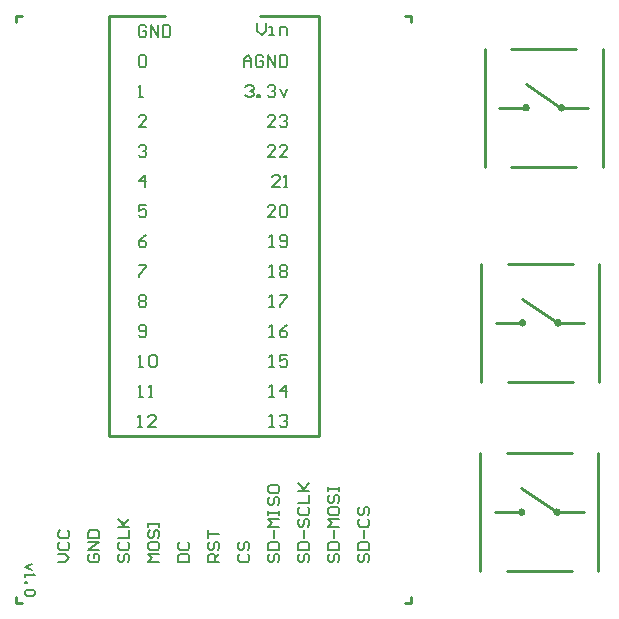
<source format=gto>
%FSLAX23Y23*%
%MOIN*%
G70*
G01*
G75*
G04 Layer_Color=65535*
%ADD10R,0.047X0.098*%
%ADD11R,0.030X0.035*%
%ADD12C,0.006*%
%ADD13C,0.060*%
%ADD14C,0.061*%
%ADD15C,0.165*%
%ADD16C,0.024*%
%ADD17C,0.010*%
%ADD18C,0.006*%
D12*
X1040Y1120D02*
X1019Y1109D01*
X1040Y1099D01*
X1019Y1088D02*
Y1077D01*
Y1083D01*
X1051D01*
X1045Y1088D01*
X1019Y1061D02*
X1024D01*
Y1056D01*
X1019D01*
Y1061D01*
X1045Y1035D02*
X1051Y1029D01*
Y1019D01*
X1045Y1013D01*
X1024D01*
X1019Y1019D01*
Y1029D01*
X1024Y1035D01*
X1045D01*
X1397Y1678D02*
X1410D01*
X1403D01*
Y1718D01*
X1397Y1711D01*
X1430Y1678D02*
X1443D01*
X1437D01*
Y1718D01*
X1430Y1711D01*
X1397Y1778D02*
X1410D01*
X1403D01*
Y1818D01*
X1397Y1811D01*
X1430D02*
X1437Y1818D01*
X1450D01*
X1457Y1811D01*
Y1784D01*
X1450Y1778D01*
X1437D01*
X1430Y1784D01*
Y1811D01*
X1397Y1884D02*
X1403Y1878D01*
X1417D01*
X1423Y1884D01*
Y1911D01*
X1417Y1918D01*
X1403D01*
X1397Y1911D01*
Y1904D01*
X1403Y1898D01*
X1423D01*
X1397Y2011D02*
X1403Y2018D01*
X1417D01*
X1423Y2011D01*
Y2004D01*
X1417Y1998D01*
X1423Y1991D01*
Y1984D01*
X1417Y1978D01*
X1403D01*
X1397Y1984D01*
Y1991D01*
X1403Y1998D01*
X1397Y2004D01*
Y2011D01*
X1403Y1998D02*
X1417D01*
X1397Y2118D02*
X1423D01*
Y2111D01*
X1397Y2084D01*
Y2078D01*
X1423Y2218D02*
X1410Y2211D01*
X1397Y2198D01*
Y2184D01*
X1403Y2178D01*
X1417D01*
X1423Y2184D01*
Y2191D01*
X1417Y2198D01*
X1397D01*
X1423Y2318D02*
X1397D01*
Y2298D01*
X1410Y2304D01*
X1417D01*
X1423Y2298D01*
Y2284D01*
X1417Y2278D01*
X1403D01*
X1397Y2284D01*
X1417Y2378D02*
Y2418D01*
X1397Y2398D01*
X1423D01*
X1397Y2511D02*
X1403Y2518D01*
X1417D01*
X1423Y2511D01*
Y2504D01*
X1417Y2498D01*
X1410D01*
X1417D01*
X1423Y2491D01*
Y2484D01*
X1417Y2478D01*
X1403D01*
X1397Y2484D01*
X1423Y2578D02*
X1397D01*
X1423Y2604D01*
Y2611D01*
X1417Y2618D01*
X1403D01*
X1397Y2611D01*
Y2678D02*
X1410D01*
X1403D01*
Y2718D01*
X1397Y2711D01*
Y2811D02*
X1403Y2818D01*
X1417D01*
X1423Y2811D01*
Y2784D01*
X1417Y2778D01*
X1403D01*
X1397Y2784D01*
Y2811D01*
X1423Y2911D02*
X1417Y2918D01*
X1403D01*
X1397Y2911D01*
Y2884D01*
X1403Y2878D01*
X1417D01*
X1423Y2884D01*
Y2898D01*
X1410D01*
X1437Y2878D02*
Y2918D01*
X1463Y2878D01*
Y2918D01*
X1477D02*
Y2878D01*
X1497D01*
X1503Y2884D01*
Y2911D01*
X1497Y2918D01*
X1477D01*
X1833Y1678D02*
X1847D01*
X1840D01*
Y1718D01*
X1833Y1711D01*
X1887Y1678D02*
Y1718D01*
X1867Y1698D01*
X1893D01*
X1833Y1778D02*
X1847D01*
X1840D01*
Y1818D01*
X1833Y1811D01*
X1893Y1818D02*
X1867D01*
Y1798D01*
X1880Y1804D01*
X1887D01*
X1893Y1798D01*
Y1784D01*
X1887Y1778D01*
X1873D01*
X1867Y1784D01*
X1833Y1878D02*
X1847D01*
X1840D01*
Y1918D01*
X1833Y1911D01*
X1893Y1918D02*
X1880Y1911D01*
X1867Y1898D01*
Y1884D01*
X1873Y1878D01*
X1887D01*
X1893Y1884D01*
Y1891D01*
X1887Y1898D01*
X1867D01*
X1833Y1978D02*
X1847D01*
X1840D01*
Y2018D01*
X1833Y2011D01*
X1867Y2018D02*
X1893D01*
Y2011D01*
X1867Y1984D01*
Y1978D01*
X1833Y2078D02*
X1847D01*
X1840D01*
Y2118D01*
X1833Y2111D01*
X1867D02*
X1873Y2118D01*
X1887D01*
X1893Y2111D01*
Y2104D01*
X1887Y2098D01*
X1893Y2091D01*
Y2084D01*
X1887Y2078D01*
X1873D01*
X1867Y2084D01*
Y2091D01*
X1873Y2098D01*
X1867Y2104D01*
Y2111D01*
X1873Y2098D02*
X1887D01*
X1833Y2178D02*
X1847D01*
X1840D01*
Y2218D01*
X1833Y2211D01*
X1867Y2184D02*
X1873Y2178D01*
X1887D01*
X1893Y2184D01*
Y2211D01*
X1887Y2218D01*
X1873D01*
X1867Y2211D01*
Y2204D01*
X1873Y2198D01*
X1893D01*
X1853Y2278D02*
X1827D01*
X1853Y2304D01*
Y2311D01*
X1847Y2318D01*
X1833D01*
X1827Y2311D01*
X1867D02*
X1873Y2318D01*
X1887D01*
X1893Y2311D01*
Y2284D01*
X1887Y2278D01*
X1873D01*
X1867Y2284D01*
Y2311D01*
X1867Y2378D02*
X1840D01*
X1867Y2404D01*
Y2411D01*
X1860Y2418D01*
X1847D01*
X1840Y2411D01*
X1880Y2378D02*
X1893D01*
X1887D01*
Y2418D01*
X1880Y2411D01*
X1853Y2478D02*
X1827D01*
X1853Y2504D01*
Y2511D01*
X1847Y2518D01*
X1833D01*
X1827Y2511D01*
X1893Y2478D02*
X1867D01*
X1893Y2504D01*
Y2511D01*
X1887Y2518D01*
X1873D01*
X1867Y2511D01*
X1853Y2578D02*
X1827D01*
X1853Y2604D01*
Y2611D01*
X1847Y2618D01*
X1833D01*
X1827Y2611D01*
X1867D02*
X1873Y2618D01*
X1887D01*
X1893Y2611D01*
Y2604D01*
X1887Y2598D01*
X1880D01*
X1887D01*
X1893Y2591D01*
Y2584D01*
X1887Y2578D01*
X1873D01*
X1867Y2584D01*
X1753Y2711D02*
X1760Y2718D01*
X1773D01*
X1780Y2711D01*
Y2704D01*
X1773Y2698D01*
X1767D01*
X1773D01*
X1780Y2691D01*
Y2684D01*
X1773Y2678D01*
X1760D01*
X1753Y2684D01*
X1793Y2678D02*
Y2684D01*
X1800D01*
Y2678D01*
X1793D01*
X1827Y2711D02*
X1833Y2718D01*
X1847D01*
X1853Y2711D01*
Y2704D01*
X1847Y2698D01*
X1840D01*
X1847D01*
X1853Y2691D01*
Y2684D01*
X1847Y2678D01*
X1833D01*
X1827Y2684D01*
X1867Y2704D02*
X1880Y2678D01*
X1893Y2704D01*
X1747Y2778D02*
Y2804D01*
X1760Y2818D01*
X1773Y2804D01*
Y2778D01*
Y2798D01*
X1747D01*
X1813Y2811D02*
X1807Y2818D01*
X1793D01*
X1787Y2811D01*
Y2784D01*
X1793Y2778D01*
X1807D01*
X1813Y2784D01*
Y2798D01*
X1800D01*
X1827Y2778D02*
Y2818D01*
X1853Y2778D01*
Y2818D01*
X1867D02*
Y2778D01*
X1887D01*
X1893Y2784D01*
Y2811D01*
X1887Y2818D01*
X1867D01*
X1793Y2923D02*
Y2896D01*
X1807Y2883D01*
X1820Y2896D01*
Y2923D01*
X1833Y2883D02*
X1847D01*
X1840D01*
Y2909D01*
X1833D01*
X1867Y2883D02*
Y2909D01*
X1887D01*
X1893Y2903D01*
Y2883D01*
X1833Y1578D02*
X1847D01*
X1840D01*
Y1618D01*
X1833Y1612D01*
X1867D02*
X1873Y1618D01*
X1887D01*
X1893Y1612D01*
Y1605D01*
X1887Y1598D01*
X1880D01*
X1887D01*
X1893Y1592D01*
Y1585D01*
X1887Y1578D01*
X1873D01*
X1867Y1585D01*
X1396Y1577D02*
X1409D01*
X1402D01*
Y1617D01*
X1396Y1611D01*
X1456Y1577D02*
X1429D01*
X1456Y1604D01*
Y1611D01*
X1449Y1617D01*
X1436D01*
X1429Y1611D01*
D17*
X2682Y1293D02*
G03*
X2682Y1293I-8J0D01*
G01*
X2800D02*
G03*
X2800Y1293I-8J0D01*
G01*
X2685Y1924D02*
G03*
X2685Y1924I-8J0D01*
G01*
X2803D02*
G03*
X2803Y1924I-8J0D01*
G01*
X2696Y2641D02*
G03*
X2696Y2641I-8J0D01*
G01*
X2814D02*
G03*
X2814Y2641I-8J0D01*
G01*
X1297Y2948D02*
X1486D01*
X1803D02*
X1997D01*
Y1548D02*
Y2948D01*
X1297Y1548D02*
X1997D01*
X1297D02*
Y2948D01*
X2535Y1096D02*
Y1490D01*
X2929Y1096D02*
Y1490D01*
X2624Y1096D02*
X2841D01*
X2624Y1490D02*
X2841D01*
X2585Y1293D02*
X2673D01*
Y1372D02*
X2791Y1293D01*
X2880D01*
X2538Y1727D02*
Y2121D01*
X2932Y1727D02*
Y2121D01*
X2627Y1727D02*
X2844D01*
X2627Y2121D02*
X2844D01*
X2588Y1924D02*
X2676D01*
Y2003D02*
X2794Y1924D01*
X2883D01*
X2550Y2444D02*
Y2838D01*
X2944Y2444D02*
Y2838D01*
X2639Y2444D02*
X2855D01*
X2639Y2838D02*
X2855D01*
X2599Y2641D02*
X2688D01*
Y2719D02*
X2806Y2641D01*
X2895D01*
X989Y991D02*
X1007D01*
X989D02*
Y1009D01*
X2286Y991D02*
X2304D01*
Y1009D01*
X989Y2928D02*
Y2948D01*
X1007D01*
X2286D02*
X2304D01*
Y2928D02*
Y2948D01*
D18*
X2134Y1153D02*
X2127Y1147D01*
Y1134D01*
X2134Y1127D01*
X2140D01*
X2147Y1134D01*
Y1147D01*
X2153Y1153D01*
X2160D01*
X2166Y1147D01*
Y1134D01*
X2160Y1127D01*
X2127Y1166D02*
X2166D01*
Y1186D01*
X2160Y1193D01*
X2134D01*
X2127Y1186D01*
Y1166D01*
X2147Y1206D02*
Y1232D01*
X2134Y1271D02*
X2127Y1265D01*
Y1252D01*
X2134Y1245D01*
X2160D01*
X2166Y1252D01*
Y1265D01*
X2160Y1271D01*
X2134Y1311D02*
X2127Y1304D01*
Y1291D01*
X2134Y1284D01*
X2140D01*
X2147Y1291D01*
Y1304D01*
X2153Y1311D01*
X2160D01*
X2166Y1304D01*
Y1291D01*
X2160Y1284D01*
X2034Y1153D02*
X2027Y1147D01*
Y1134D01*
X2034Y1127D01*
X2040D01*
X2047Y1134D01*
Y1147D01*
X2053Y1153D01*
X2060D01*
X2066Y1147D01*
Y1134D01*
X2060Y1127D01*
X2027Y1166D02*
X2066D01*
Y1186D01*
X2060Y1193D01*
X2034D01*
X2027Y1186D01*
Y1166D01*
X2047Y1206D02*
Y1232D01*
X2066Y1245D02*
X2027D01*
X2040Y1258D01*
X2027Y1271D01*
X2066D01*
X2027Y1304D02*
Y1291D01*
X2034Y1284D01*
X2060D01*
X2066Y1291D01*
Y1304D01*
X2060Y1311D01*
X2034D01*
X2027Y1304D01*
X2034Y1350D02*
X2027Y1343D01*
Y1330D01*
X2034Y1324D01*
X2040D01*
X2047Y1330D01*
Y1343D01*
X2053Y1350D01*
X2060D01*
X2066Y1343D01*
Y1330D01*
X2060Y1324D01*
X2027Y1363D02*
Y1376D01*
Y1370D01*
X2066D01*
Y1363D01*
Y1376D01*
X1934Y1153D02*
X1927Y1147D01*
Y1134D01*
X1934Y1127D01*
X1940D01*
X1947Y1134D01*
Y1147D01*
X1953Y1153D01*
X1960D01*
X1966Y1147D01*
Y1134D01*
X1960Y1127D01*
X1927Y1166D02*
X1966D01*
Y1186D01*
X1960Y1193D01*
X1934D01*
X1927Y1186D01*
Y1166D01*
X1947Y1206D02*
Y1232D01*
X1934Y1271D02*
X1927Y1265D01*
Y1252D01*
X1934Y1245D01*
X1940D01*
X1947Y1252D01*
Y1265D01*
X1953Y1271D01*
X1960D01*
X1966Y1265D01*
Y1252D01*
X1960Y1245D01*
X1934Y1311D02*
X1927Y1304D01*
Y1291D01*
X1934Y1284D01*
X1960D01*
X1966Y1291D01*
Y1304D01*
X1960Y1311D01*
X1927Y1324D02*
X1966D01*
Y1350D01*
X1927Y1363D02*
X1966D01*
X1953D01*
X1927Y1389D01*
X1947Y1370D01*
X1966Y1389D01*
X1834Y1153D02*
X1827Y1147D01*
Y1134D01*
X1834Y1127D01*
X1840D01*
X1847Y1134D01*
Y1147D01*
X1853Y1153D01*
X1860D01*
X1866Y1147D01*
Y1134D01*
X1860Y1127D01*
X1827Y1166D02*
X1866D01*
Y1186D01*
X1860Y1193D01*
X1834D01*
X1827Y1186D01*
Y1166D01*
X1847Y1206D02*
Y1232D01*
X1866Y1245D02*
X1827D01*
X1840Y1258D01*
X1827Y1271D01*
X1866D01*
X1827Y1284D02*
Y1298D01*
Y1291D01*
X1866D01*
Y1284D01*
Y1298D01*
X1834Y1343D02*
X1827Y1337D01*
Y1324D01*
X1834Y1317D01*
X1840D01*
X1847Y1324D01*
Y1337D01*
X1853Y1343D01*
X1860D01*
X1866Y1337D01*
Y1324D01*
X1860Y1317D01*
X1827Y1376D02*
Y1363D01*
X1834Y1357D01*
X1860D01*
X1866Y1363D01*
Y1376D01*
X1860Y1383D01*
X1834D01*
X1827Y1376D01*
X1734Y1153D02*
X1727Y1147D01*
Y1134D01*
X1734Y1127D01*
X1760D01*
X1766Y1134D01*
Y1147D01*
X1760Y1153D01*
X1734Y1193D02*
X1727Y1186D01*
Y1173D01*
X1734Y1166D01*
X1740D01*
X1747Y1173D01*
Y1186D01*
X1753Y1193D01*
X1760D01*
X1766Y1186D01*
Y1173D01*
X1760Y1166D01*
X1666Y1127D02*
X1627D01*
Y1147D01*
X1634Y1153D01*
X1647D01*
X1653Y1147D01*
Y1127D01*
Y1140D02*
X1666Y1153D01*
X1634Y1193D02*
X1627Y1186D01*
Y1173D01*
X1634Y1166D01*
X1640D01*
X1647Y1173D01*
Y1186D01*
X1653Y1193D01*
X1660D01*
X1666Y1186D01*
Y1173D01*
X1660Y1166D01*
X1627Y1206D02*
Y1232D01*
Y1219D01*
X1666D01*
X1527Y1127D02*
X1566D01*
Y1147D01*
X1560Y1153D01*
X1534D01*
X1527Y1147D01*
Y1127D01*
X1534Y1193D02*
X1527Y1186D01*
Y1173D01*
X1534Y1166D01*
X1560D01*
X1566Y1173D01*
Y1186D01*
X1560Y1193D01*
X1466Y1127D02*
X1427D01*
X1440Y1140D01*
X1427Y1153D01*
X1466D01*
X1427Y1186D02*
Y1173D01*
X1434Y1166D01*
X1460D01*
X1466Y1173D01*
Y1186D01*
X1460Y1193D01*
X1434D01*
X1427Y1186D01*
X1434Y1232D02*
X1427Y1225D01*
Y1212D01*
X1434Y1206D01*
X1440D01*
X1447Y1212D01*
Y1225D01*
X1453Y1232D01*
X1460D01*
X1466Y1225D01*
Y1212D01*
X1460Y1206D01*
X1427Y1245D02*
Y1258D01*
Y1252D01*
X1466D01*
Y1245D01*
Y1258D01*
X1334Y1153D02*
X1327Y1147D01*
Y1134D01*
X1334Y1127D01*
X1340D01*
X1347Y1134D01*
Y1147D01*
X1353Y1153D01*
X1360D01*
X1366Y1147D01*
Y1134D01*
X1360Y1127D01*
X1334Y1193D02*
X1327Y1186D01*
Y1173D01*
X1334Y1166D01*
X1360D01*
X1366Y1173D01*
Y1186D01*
X1360Y1193D01*
X1327Y1206D02*
X1366D01*
Y1232D01*
X1327Y1245D02*
X1366D01*
X1353D01*
X1327Y1271D01*
X1347Y1252D01*
X1366Y1271D01*
X1234Y1153D02*
X1227Y1147D01*
Y1134D01*
X1234Y1127D01*
X1260D01*
X1266Y1134D01*
Y1147D01*
X1260Y1153D01*
X1247D01*
Y1140D01*
X1266Y1166D02*
X1227D01*
X1266Y1193D01*
X1227D01*
Y1206D02*
X1266D01*
Y1225D01*
X1260Y1232D01*
X1234D01*
X1227Y1225D01*
Y1206D01*
X1127Y1127D02*
X1153D01*
X1166Y1140D01*
X1153Y1153D01*
X1127D01*
X1134Y1193D02*
X1127Y1186D01*
Y1173D01*
X1134Y1166D01*
X1160D01*
X1166Y1173D01*
Y1186D01*
X1160Y1193D01*
X1134Y1232D02*
X1127Y1225D01*
Y1212D01*
X1134Y1206D01*
X1160D01*
X1166Y1212D01*
Y1225D01*
X1160Y1232D01*
M02*

</source>
